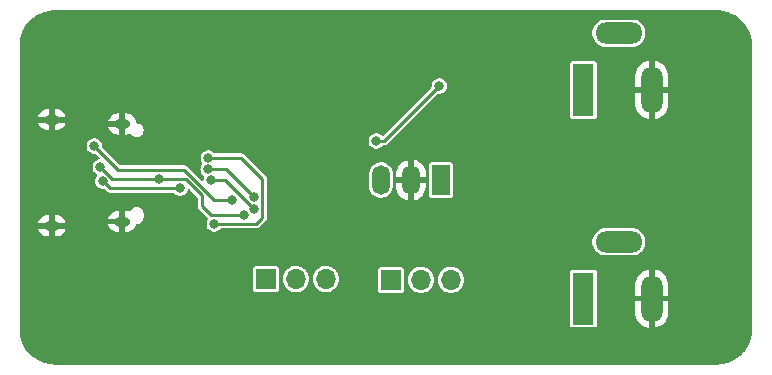
<source format=gbr>
%TF.GenerationSoftware,KiCad,Pcbnew,7.0.10-7.0.10~ubuntu20.04.1*%
%TF.CreationDate,2024-10-07T18:01:58+02:00*%
%TF.ProjectId,powerplay,706f7765-7270-46c6-9179-2e6b69636164,rev?*%
%TF.SameCoordinates,Original*%
%TF.FileFunction,Copper,L2,Bot*%
%TF.FilePolarity,Positive*%
%FSLAX46Y46*%
G04 Gerber Fmt 4.6, Leading zero omitted, Abs format (unit mm)*
G04 Created by KiCad (PCBNEW 7.0.10-7.0.10~ubuntu20.04.1) date 2024-10-07 18:01:58*
%MOMM*%
%LPD*%
G01*
G04 APERTURE LIST*
%TA.AperFunction,ComponentPad*%
%ADD10R,1.800000X4.400000*%
%TD*%
%TA.AperFunction,ComponentPad*%
%ADD11O,1.800000X4.000000*%
%TD*%
%TA.AperFunction,ComponentPad*%
%ADD12O,4.000000X1.800000*%
%TD*%
%TA.AperFunction,ComponentPad*%
%ADD13R,1.500000X2.500000*%
%TD*%
%TA.AperFunction,ComponentPad*%
%ADD14O,1.500000X2.500000*%
%TD*%
%TA.AperFunction,ComponentPad*%
%ADD15R,1.700000X1.700000*%
%TD*%
%TA.AperFunction,ComponentPad*%
%ADD16O,1.700000X1.700000*%
%TD*%
%TA.AperFunction,ComponentPad*%
%ADD17O,1.400000X0.800000*%
%TD*%
%TA.AperFunction,ViaPad*%
%ADD18C,0.800000*%
%TD*%
%TA.AperFunction,ViaPad*%
%ADD19C,6.000000*%
%TD*%
%TA.AperFunction,Conductor*%
%ADD20C,0.250000*%
%TD*%
G04 APERTURE END LIST*
D10*
%TO.P,J2,1*%
%TO.N,VCC*%
X171704000Y-73733010D03*
D11*
%TO.P,J2,2*%
%TO.N,GND*%
X177504000Y-73733010D03*
D12*
%TO.P,J2,3*%
%TO.N,N/C*%
X174704000Y-68933010D03*
%TD*%
D13*
%TO.P,U2,1,Vin*%
%TO.N,VCC*%
X159658500Y-81375500D03*
D14*
%TO.P,U2,2,GND*%
%TO.N,GND*%
X157118500Y-81375500D03*
%TO.P,U2,3,Vout*%
%TO.N,Net-(U2-Vout)*%
X154578500Y-81375500D03*
%TD*%
D10*
%TO.P,J3,1*%
%TO.N,+12V*%
X171704000Y-91405000D03*
D11*
%TO.P,J3,2*%
%TO.N,GND*%
X177504000Y-91405000D03*
D12*
%TO.P,J3,3*%
%TO.N,N/C*%
X174704000Y-86605000D03*
%TD*%
D15*
%TO.P,JP2,1,A*%
%TO.N,Net-(JP2-A)*%
X144831305Y-89755714D03*
D16*
%TO.P,JP2,2,C*%
%TO.N,Net-(JP2-C)*%
X147371305Y-89755714D03*
%TO.P,JP2,3,B*%
%TO.N,Net-(JP2-B)*%
X149911305Y-89755714D03*
%TD*%
D15*
%TO.P,JP1,1,A*%
%TO.N,Net-(JP1-A)*%
X155418012Y-89830269D03*
D16*
%TO.P,JP1,2,C*%
%TO.N,Net-(JP1-C)*%
X157958012Y-89830269D03*
%TO.P,JP1,3,B*%
%TO.N,Net-(JP1-B)*%
X160498012Y-89830269D03*
%TD*%
D17*
%TO.P,J1,S1,SHIELD*%
%TO.N,GND*%
X126699512Y-76267757D03*
X132649512Y-76627757D03*
X132649512Y-84887757D03*
X126699512Y-85247757D03*
%TD*%
D18*
%TO.N,GND*%
X150000000Y-81000000D03*
X139573000Y-77851000D03*
X145000000Y-87000000D03*
X152000000Y-73000000D03*
X145000000Y-74000000D03*
X156000000Y-73000000D03*
D19*
X127000000Y-70000000D03*
D18*
X144000000Y-74000000D03*
X154000000Y-73000000D03*
X139000000Y-80000000D03*
X163000000Y-79000000D03*
X150000000Y-80000000D03*
D19*
X180000000Y-82500000D03*
D18*
X148000000Y-80000000D03*
D19*
X127000000Y-94000000D03*
D18*
X147000000Y-80000000D03*
X164000000Y-72000000D03*
X163000000Y-88000000D03*
X155000000Y-73000000D03*
X154000000Y-87000000D03*
X165000000Y-72000000D03*
X163000000Y-89000000D03*
X146000000Y-78000000D03*
X141000000Y-72000000D03*
X153000000Y-73000000D03*
X146000000Y-80000000D03*
%TO.N,Net-(U1-DP)*%
X130810000Y-80264000D03*
X143002000Y-84328000D03*
X135761306Y-81283217D03*
%TO.N,Net-(U1-DN)*%
X141986000Y-83058000D03*
X130302000Y-78486000D03*
%TO.N,Net-(J1-CC2)*%
X137577395Y-82068301D03*
X131020227Y-81469472D03*
%TO.N,Net-(JP1-C)*%
X143851000Y-82852996D03*
X139943245Y-80480936D03*
%TO.N,Net-(JP2-C)*%
X140208000Y-81393301D03*
X143792449Y-83801034D03*
%TO.N,Net-(Q1-G)*%
X154178000Y-78065000D03*
X159512000Y-73406000D03*
%TO.N,Net-(U1-LED)*%
X140462000Y-85090000D03*
X139954000Y-79502000D03*
%TD*%
D20*
%TO.N,Net-(U1-DP)*%
X138052217Y-81283217D02*
X139446000Y-82677000D01*
X135761306Y-81283217D02*
X138052217Y-81283217D01*
X139446000Y-82677000D02*
X139446000Y-83566000D01*
X135761306Y-81283217D02*
X131829217Y-81283217D01*
X140208000Y-84328000D02*
X143002000Y-84328000D01*
X131829217Y-81283217D02*
X130810000Y-80264000D01*
X139446000Y-83566000D02*
X140208000Y-84328000D01*
%TO.N,Net-(U1-DN)*%
X140462000Y-83058000D02*
X141986000Y-83058000D01*
X132334000Y-80518000D02*
X137922000Y-80518000D01*
X130302000Y-78486000D02*
X132334000Y-80518000D01*
X137922000Y-80518000D02*
X140462000Y-83058000D01*
%TO.N,Net-(J1-CC2)*%
X137577395Y-82068301D02*
X131619056Y-82068301D01*
X131619056Y-82068301D02*
X131020227Y-81469472D01*
%TO.N,Net-(JP1-C)*%
X139943245Y-80480936D02*
X141478940Y-80480936D01*
X141478940Y-80480936D02*
X143851000Y-82852996D01*
%TO.N,Net-(JP2-C)*%
X141384716Y-81393301D02*
X143792449Y-83801034D01*
X140208000Y-81393301D02*
X141384716Y-81393301D01*
%TO.N,Net-(Q1-G)*%
X154853000Y-78065000D02*
X159512000Y-73406000D01*
X154178000Y-78065000D02*
X154853000Y-78065000D01*
%TO.N,Net-(U1-LED)*%
X139954000Y-79502000D02*
X142748000Y-79502000D01*
X144018000Y-85090000D02*
X140462000Y-85090000D01*
X144526000Y-84582000D02*
X144018000Y-85090000D01*
X142748000Y-79502000D02*
X144526000Y-81280000D01*
X144526000Y-81280000D02*
X144526000Y-84582000D01*
%TD*%
%TA.AperFunction,Conductor*%
%TO.N,GND*%
G36*
X183003243Y-67000669D02*
G01*
X183133379Y-67007490D01*
X183313908Y-67017628D01*
X183326309Y-67018955D01*
X183474990Y-67042504D01*
X183476245Y-67042709D01*
X183635324Y-67069738D01*
X183646606Y-67072202D01*
X183795635Y-67112134D01*
X183797761Y-67112725D01*
X183949174Y-67156347D01*
X183959260Y-67159729D01*
X184104710Y-67215562D01*
X184107599Y-67216714D01*
X184251768Y-67276430D01*
X184260594Y-67280500D01*
X184400064Y-67351565D01*
X184403748Y-67353521D01*
X184493848Y-67403316D01*
X184539548Y-67428574D01*
X184547061Y-67433081D01*
X184678754Y-67518604D01*
X184682947Y-67521452D01*
X184809147Y-67610996D01*
X184815428Y-67615759D01*
X184937567Y-67714665D01*
X184942158Y-67718571D01*
X185057424Y-67821579D01*
X185062478Y-67826358D01*
X185173640Y-67937520D01*
X185178419Y-67942574D01*
X185281427Y-68057840D01*
X185285333Y-68062431D01*
X185384239Y-68184570D01*
X185389002Y-68190851D01*
X185478546Y-68317051D01*
X185481409Y-68321266D01*
X185566907Y-68452921D01*
X185571430Y-68460460D01*
X185646477Y-68596250D01*
X185648433Y-68599934D01*
X185719498Y-68739404D01*
X185723575Y-68748247D01*
X185783259Y-68892337D01*
X185784462Y-68895353D01*
X185840265Y-69040727D01*
X185843655Y-69050836D01*
X185887258Y-69202185D01*
X185887879Y-69204419D01*
X185927791Y-69353370D01*
X185930264Y-69364694D01*
X185957282Y-69523715D01*
X185957507Y-69525087D01*
X185981040Y-69673666D01*
X185982372Y-69686111D01*
X185992498Y-69866421D01*
X185992523Y-69866884D01*
X185999330Y-69996756D01*
X185999500Y-70003246D01*
X185999500Y-93996753D01*
X185999330Y-94003243D01*
X185992523Y-94133114D01*
X185992498Y-94133577D01*
X185982372Y-94313887D01*
X185981040Y-94326332D01*
X185957507Y-94474911D01*
X185957282Y-94476283D01*
X185930264Y-94635304D01*
X185927791Y-94646628D01*
X185887879Y-94795579D01*
X185887258Y-94797813D01*
X185843655Y-94949162D01*
X185840265Y-94959271D01*
X185784462Y-95104645D01*
X185783259Y-95107661D01*
X185723575Y-95251751D01*
X185719498Y-95260594D01*
X185648433Y-95400064D01*
X185646477Y-95403748D01*
X185571430Y-95539538D01*
X185566897Y-95547094D01*
X185481412Y-95678728D01*
X185478546Y-95682947D01*
X185389002Y-95809147D01*
X185384239Y-95815428D01*
X185285333Y-95937567D01*
X185281427Y-95942158D01*
X185178419Y-96057424D01*
X185173640Y-96062478D01*
X185062478Y-96173640D01*
X185057424Y-96178419D01*
X184942158Y-96281427D01*
X184937567Y-96285333D01*
X184815428Y-96384239D01*
X184809147Y-96389002D01*
X184682947Y-96478546D01*
X184678728Y-96481412D01*
X184547094Y-96566897D01*
X184539538Y-96571430D01*
X184403748Y-96646477D01*
X184400064Y-96648433D01*
X184260594Y-96719498D01*
X184251751Y-96723575D01*
X184107661Y-96783259D01*
X184104645Y-96784462D01*
X183959271Y-96840265D01*
X183949162Y-96843655D01*
X183797813Y-96887258D01*
X183795579Y-96887879D01*
X183646628Y-96927791D01*
X183635304Y-96930264D01*
X183476283Y-96957282D01*
X183474911Y-96957507D01*
X183326332Y-96981040D01*
X183313887Y-96982372D01*
X183133577Y-96992498D01*
X183133114Y-96992523D01*
X183003243Y-96999330D01*
X182996753Y-96999500D01*
X127003247Y-96999500D01*
X126996757Y-96999330D01*
X126866884Y-96992523D01*
X126866421Y-96992498D01*
X126686111Y-96982372D01*
X126673666Y-96981040D01*
X126525087Y-96957507D01*
X126523715Y-96957282D01*
X126364694Y-96930264D01*
X126353370Y-96927791D01*
X126204419Y-96887879D01*
X126202185Y-96887258D01*
X126050836Y-96843655D01*
X126040727Y-96840265D01*
X125895353Y-96784462D01*
X125892337Y-96783259D01*
X125748247Y-96723575D01*
X125739404Y-96719498D01*
X125599934Y-96648433D01*
X125596250Y-96646477D01*
X125460460Y-96571430D01*
X125452921Y-96566907D01*
X125321266Y-96481409D01*
X125317051Y-96478546D01*
X125190851Y-96389002D01*
X125184570Y-96384239D01*
X125062431Y-96285333D01*
X125057840Y-96281427D01*
X124942574Y-96178419D01*
X124937520Y-96173640D01*
X124826358Y-96062478D01*
X124821579Y-96057424D01*
X124718571Y-95942158D01*
X124714665Y-95937567D01*
X124615759Y-95815428D01*
X124610996Y-95809147D01*
X124521452Y-95682947D01*
X124518604Y-95678754D01*
X124433081Y-95547061D01*
X124428568Y-95539538D01*
X124353521Y-95403748D01*
X124351565Y-95400064D01*
X124280500Y-95260594D01*
X124276430Y-95251768D01*
X124216714Y-95107599D01*
X124215562Y-95104710D01*
X124159729Y-94959260D01*
X124156347Y-94949174D01*
X124112725Y-94797761D01*
X124112134Y-94795635D01*
X124072202Y-94646606D01*
X124069738Y-94635324D01*
X124042709Y-94476245D01*
X124042491Y-94474911D01*
X124018955Y-94326309D01*
X124017628Y-94313908D01*
X124007485Y-94133285D01*
X124007476Y-94133114D01*
X124000670Y-94003243D01*
X124000500Y-93996754D01*
X124000500Y-93629678D01*
X170553500Y-93629678D01*
X170568032Y-93702735D01*
X170568033Y-93702739D01*
X170568034Y-93702740D01*
X170623399Y-93785601D01*
X170706260Y-93840966D01*
X170706264Y-93840967D01*
X170779321Y-93855499D01*
X170779324Y-93855500D01*
X170779326Y-93855500D01*
X172628676Y-93855500D01*
X172628677Y-93855499D01*
X172701740Y-93840966D01*
X172784601Y-93785601D01*
X172839966Y-93702740D01*
X172854500Y-93629674D01*
X172854500Y-92564491D01*
X176104000Y-92564491D01*
X176119147Y-92742450D01*
X176119148Y-92742453D01*
X176179197Y-92973078D01*
X176277360Y-93190241D01*
X176277362Y-93190244D01*
X176410812Y-93387688D01*
X176410814Y-93387690D01*
X176575706Y-93559736D01*
X176767316Y-93701450D01*
X176980115Y-93808741D01*
X177207987Y-93878526D01*
X177207985Y-93878526D01*
X177254000Y-93884418D01*
X177254000Y-92820686D01*
X177265955Y-92832641D01*
X177378852Y-92890165D01*
X177504000Y-92909986D01*
X177629148Y-92890165D01*
X177742045Y-92832641D01*
X177754000Y-92820686D01*
X177754000Y-93883264D01*
X177915434Y-93848473D01*
X178136562Y-93759616D01*
X178339494Y-93634666D01*
X178518389Y-93477219D01*
X178518396Y-93477213D01*
X178668102Y-93291805D01*
X178668109Y-93291795D01*
X178784331Y-93083751D01*
X178863722Y-92859052D01*
X178863726Y-92859038D01*
X178903999Y-92624167D01*
X178904000Y-92624156D01*
X178904000Y-91655000D01*
X177904000Y-91655000D01*
X177904000Y-91155000D01*
X178904000Y-91155000D01*
X178904000Y-90245527D01*
X178903999Y-90245508D01*
X178888852Y-90067549D01*
X178888851Y-90067546D01*
X178828802Y-89836921D01*
X178730639Y-89619758D01*
X178730637Y-89619755D01*
X178597187Y-89422311D01*
X178597185Y-89422309D01*
X178432293Y-89250263D01*
X178240683Y-89108549D01*
X178027884Y-89001257D01*
X177800020Y-88931475D01*
X177754000Y-88925581D01*
X177754000Y-89989314D01*
X177742045Y-89977359D01*
X177629148Y-89919835D01*
X177504000Y-89900014D01*
X177378852Y-89919835D01*
X177265955Y-89977359D01*
X177254000Y-89989314D01*
X177254000Y-88926734D01*
X177253999Y-88926734D01*
X177092566Y-88961525D01*
X176871437Y-89050383D01*
X176668505Y-89175333D01*
X176489610Y-89332780D01*
X176489603Y-89332786D01*
X176339897Y-89518194D01*
X176339890Y-89518204D01*
X176223668Y-89726248D01*
X176144277Y-89950947D01*
X176144273Y-89950961D01*
X176104000Y-90185832D01*
X176104000Y-91155000D01*
X177104000Y-91155000D01*
X177104000Y-91655000D01*
X176104000Y-91655000D01*
X176104000Y-92564491D01*
X172854500Y-92564491D01*
X172854500Y-89180326D01*
X172854500Y-89180323D01*
X172854499Y-89180321D01*
X172839967Y-89107264D01*
X172839966Y-89107260D01*
X172784601Y-89024399D01*
X172701740Y-88969034D01*
X172701739Y-88969033D01*
X172701735Y-88969032D01*
X172628677Y-88954500D01*
X172628674Y-88954500D01*
X170779326Y-88954500D01*
X170779323Y-88954500D01*
X170706264Y-88969032D01*
X170706260Y-88969033D01*
X170623399Y-89024399D01*
X170568033Y-89107260D01*
X170568032Y-89107264D01*
X170553500Y-89180321D01*
X170553500Y-93629678D01*
X124000500Y-93629678D01*
X124000500Y-90630392D01*
X143730805Y-90630392D01*
X143745337Y-90703449D01*
X143745338Y-90703453D01*
X143751216Y-90712250D01*
X143800704Y-90786315D01*
X143850539Y-90819613D01*
X143883565Y-90841680D01*
X143883569Y-90841681D01*
X143956626Y-90856213D01*
X143956629Y-90856214D01*
X143956631Y-90856214D01*
X145705981Y-90856214D01*
X145705982Y-90856213D01*
X145779045Y-90841680D01*
X145861906Y-90786315D01*
X145917271Y-90703454D01*
X145931805Y-90630388D01*
X145931805Y-89755714D01*
X146266090Y-89755714D01*
X146284907Y-89958796D01*
X146340722Y-90154961D01*
X146340727Y-90154974D01*
X146431632Y-90337535D01*
X146554542Y-90500295D01*
X146705263Y-90637694D01*
X146705265Y-90637696D01*
X146804446Y-90699106D01*
X146878668Y-90745062D01*
X147068849Y-90818738D01*
X147269329Y-90856214D01*
X147269331Y-90856214D01*
X147473279Y-90856214D01*
X147473281Y-90856214D01*
X147673761Y-90818738D01*
X147863942Y-90745062D01*
X148037346Y-90637695D01*
X148188069Y-90500293D01*
X148310978Y-90337535D01*
X148401887Y-90154964D01*
X148457702Y-89958797D01*
X148476520Y-89755714D01*
X148806090Y-89755714D01*
X148824907Y-89958796D01*
X148880722Y-90154961D01*
X148880727Y-90154974D01*
X148971632Y-90337535D01*
X149094542Y-90500295D01*
X149245263Y-90637694D01*
X149245265Y-90637696D01*
X149344446Y-90699106D01*
X149418668Y-90745062D01*
X149608849Y-90818738D01*
X149809329Y-90856214D01*
X149809331Y-90856214D01*
X150013279Y-90856214D01*
X150013281Y-90856214D01*
X150213761Y-90818738D01*
X150403942Y-90745062D01*
X150468730Y-90704947D01*
X154317512Y-90704947D01*
X154332044Y-90778004D01*
X154332045Y-90778008D01*
X154332046Y-90778009D01*
X154387411Y-90860870D01*
X154470272Y-90916235D01*
X154470276Y-90916236D01*
X154543333Y-90930768D01*
X154543336Y-90930769D01*
X154543338Y-90930769D01*
X156292688Y-90930769D01*
X156292689Y-90930768D01*
X156365752Y-90916235D01*
X156448613Y-90860870D01*
X156503978Y-90778009D01*
X156518512Y-90704943D01*
X156518512Y-89830269D01*
X156852797Y-89830269D01*
X156871614Y-90033351D01*
X156927429Y-90229516D01*
X156927434Y-90229529D01*
X157018339Y-90412090D01*
X157141249Y-90574850D01*
X157291970Y-90712249D01*
X157291972Y-90712251D01*
X157344958Y-90745058D01*
X157465375Y-90819617D01*
X157655556Y-90893293D01*
X157856036Y-90930769D01*
X157856038Y-90930769D01*
X158059986Y-90930769D01*
X158059988Y-90930769D01*
X158260468Y-90893293D01*
X158450649Y-90819617D01*
X158624053Y-90712250D01*
X158774776Y-90574848D01*
X158897685Y-90412090D01*
X158988594Y-90229519D01*
X159044409Y-90033352D01*
X159063227Y-89830269D01*
X159392797Y-89830269D01*
X159411614Y-90033351D01*
X159467429Y-90229516D01*
X159467434Y-90229529D01*
X159558339Y-90412090D01*
X159681249Y-90574850D01*
X159831970Y-90712249D01*
X159831972Y-90712251D01*
X159884958Y-90745058D01*
X160005375Y-90819617D01*
X160195556Y-90893293D01*
X160396036Y-90930769D01*
X160396038Y-90930769D01*
X160599986Y-90930769D01*
X160599988Y-90930769D01*
X160800468Y-90893293D01*
X160990649Y-90819617D01*
X161164053Y-90712250D01*
X161314776Y-90574848D01*
X161437685Y-90412090D01*
X161528594Y-90229519D01*
X161584409Y-90033352D01*
X161603227Y-89830269D01*
X161584409Y-89627186D01*
X161528594Y-89431019D01*
X161437685Y-89248448D01*
X161314776Y-89085690D01*
X161314774Y-89085687D01*
X161164053Y-88948288D01*
X161164051Y-88948286D01*
X160990654Y-88840924D01*
X160990647Y-88840920D01*
X160884162Y-88799668D01*
X160800468Y-88767245D01*
X160599988Y-88729769D01*
X160396036Y-88729769D01*
X160195556Y-88767245D01*
X160195553Y-88767245D01*
X160195553Y-88767246D01*
X160005376Y-88840920D01*
X160005369Y-88840924D01*
X159831972Y-88948286D01*
X159831970Y-88948288D01*
X159681249Y-89085687D01*
X159558339Y-89248447D01*
X159467434Y-89431008D01*
X159467429Y-89431021D01*
X159411614Y-89627186D01*
X159392797Y-89830268D01*
X159392797Y-89830269D01*
X159063227Y-89830269D01*
X159044409Y-89627186D01*
X158988594Y-89431019D01*
X158897685Y-89248448D01*
X158774776Y-89085690D01*
X158774774Y-89085687D01*
X158624053Y-88948288D01*
X158624051Y-88948286D01*
X158450654Y-88840924D01*
X158450647Y-88840920D01*
X158344162Y-88799668D01*
X158260468Y-88767245D01*
X158059988Y-88729769D01*
X157856036Y-88729769D01*
X157655556Y-88767245D01*
X157655553Y-88767245D01*
X157655553Y-88767246D01*
X157465376Y-88840920D01*
X157465369Y-88840924D01*
X157291972Y-88948286D01*
X157291970Y-88948288D01*
X157141249Y-89085687D01*
X157018339Y-89248447D01*
X156927434Y-89431008D01*
X156927429Y-89431021D01*
X156871614Y-89627186D01*
X156852797Y-89830268D01*
X156852797Y-89830269D01*
X156518512Y-89830269D01*
X156518512Y-88955595D01*
X156518512Y-88955592D01*
X156518511Y-88955590D01*
X156503979Y-88882533D01*
X156503978Y-88882529D01*
X156498099Y-88873731D01*
X156448613Y-88799668D01*
X156365752Y-88744303D01*
X156365751Y-88744302D01*
X156365747Y-88744301D01*
X156292689Y-88729769D01*
X156292686Y-88729769D01*
X154543338Y-88729769D01*
X154543335Y-88729769D01*
X154470276Y-88744301D01*
X154470272Y-88744302D01*
X154387411Y-88799668D01*
X154332045Y-88882529D01*
X154332044Y-88882533D01*
X154317512Y-88955590D01*
X154317512Y-90704947D01*
X150468730Y-90704947D01*
X150577346Y-90637695D01*
X150728069Y-90500293D01*
X150850978Y-90337535D01*
X150941887Y-90154964D01*
X150997702Y-89958797D01*
X151016520Y-89755714D01*
X150997702Y-89552631D01*
X150941887Y-89356464D01*
X150850978Y-89173893D01*
X150757708Y-89050383D01*
X150728067Y-89011132D01*
X150577346Y-88873733D01*
X150577344Y-88873731D01*
X150403947Y-88766369D01*
X150403940Y-88766365D01*
X150297455Y-88725113D01*
X150213761Y-88692690D01*
X150013281Y-88655214D01*
X149809329Y-88655214D01*
X149608849Y-88692690D01*
X149608846Y-88692690D01*
X149608846Y-88692691D01*
X149418669Y-88766365D01*
X149418662Y-88766369D01*
X149245265Y-88873731D01*
X149245263Y-88873733D01*
X149094542Y-89011132D01*
X148971632Y-89173892D01*
X148880727Y-89356453D01*
X148880722Y-89356466D01*
X148824907Y-89552631D01*
X148806090Y-89755713D01*
X148806090Y-89755714D01*
X148476520Y-89755714D01*
X148457702Y-89552631D01*
X148401887Y-89356464D01*
X148310978Y-89173893D01*
X148217708Y-89050383D01*
X148188067Y-89011132D01*
X148037346Y-88873733D01*
X148037344Y-88873731D01*
X147863947Y-88766369D01*
X147863940Y-88766365D01*
X147757455Y-88725113D01*
X147673761Y-88692690D01*
X147473281Y-88655214D01*
X147269329Y-88655214D01*
X147068849Y-88692690D01*
X147068846Y-88692690D01*
X147068846Y-88692691D01*
X146878669Y-88766365D01*
X146878662Y-88766369D01*
X146705265Y-88873731D01*
X146705263Y-88873733D01*
X146554542Y-89011132D01*
X146431632Y-89173892D01*
X146340727Y-89356453D01*
X146340722Y-89356466D01*
X146284907Y-89552631D01*
X146266090Y-89755713D01*
X146266090Y-89755714D01*
X145931805Y-89755714D01*
X145931805Y-88881040D01*
X145931805Y-88881037D01*
X145931804Y-88881035D01*
X145917272Y-88807978D01*
X145917271Y-88807974D01*
X145911721Y-88799668D01*
X145861906Y-88725113D01*
X145779045Y-88669748D01*
X145779044Y-88669747D01*
X145779040Y-88669746D01*
X145705982Y-88655214D01*
X145705979Y-88655214D01*
X143956631Y-88655214D01*
X143956628Y-88655214D01*
X143883569Y-88669746D01*
X143883565Y-88669747D01*
X143800704Y-88725113D01*
X143745338Y-88807974D01*
X143745337Y-88807978D01*
X143730805Y-88881035D01*
X143730805Y-90630392D01*
X124000500Y-90630392D01*
X124000500Y-86711610D01*
X172453500Y-86711610D01*
X172492679Y-86921198D01*
X172569702Y-87120019D01*
X172681948Y-87301302D01*
X172825593Y-87458872D01*
X172995746Y-87587367D01*
X173186606Y-87682403D01*
X173186608Y-87682403D01*
X173186611Y-87682405D01*
X173391690Y-87740756D01*
X173550806Y-87755500D01*
X173550810Y-87755500D01*
X175857190Y-87755500D01*
X175857194Y-87755500D01*
X176016310Y-87740756D01*
X176221389Y-87682405D01*
X176221393Y-87682403D01*
X176221394Y-87682403D01*
X176412253Y-87587367D01*
X176412253Y-87587366D01*
X176412255Y-87587366D01*
X176582407Y-87458872D01*
X176726052Y-87301302D01*
X176838298Y-87120019D01*
X176915321Y-86921198D01*
X176954500Y-86711610D01*
X176954500Y-86498390D01*
X176915321Y-86288802D01*
X176838298Y-86089981D01*
X176726052Y-85908698D01*
X176582407Y-85751128D01*
X176582406Y-85751127D01*
X176412253Y-85622632D01*
X176221393Y-85527596D01*
X176016310Y-85469244D01*
X176004385Y-85468139D01*
X175857194Y-85454500D01*
X173550806Y-85454500D01*
X173432106Y-85465499D01*
X173391689Y-85469244D01*
X173186607Y-85527596D01*
X173186605Y-85527596D01*
X172995746Y-85622632D01*
X172825593Y-85751127D01*
X172681947Y-85908699D01*
X172569702Y-86089980D01*
X172569701Y-86089982D01*
X172492680Y-86288799D01*
X172492679Y-86288802D01*
X172453500Y-86498390D01*
X172453500Y-86711610D01*
X124000500Y-86711610D01*
X124000500Y-85497757D01*
X125532545Y-85497757D01*
X125538846Y-85527402D01*
X125615798Y-85700238D01*
X125726999Y-85853292D01*
X125867593Y-85979884D01*
X125867596Y-85979886D01*
X126031427Y-86074473D01*
X126031439Y-86074478D01*
X126211357Y-86132937D01*
X126352353Y-86147757D01*
X126449512Y-86147757D01*
X126449512Y-85497757D01*
X126949512Y-85497757D01*
X126949512Y-86147757D01*
X127046671Y-86147757D01*
X127187666Y-86132937D01*
X127367584Y-86074478D01*
X127367596Y-86074473D01*
X127531427Y-85979886D01*
X127531430Y-85979884D01*
X127672021Y-85853296D01*
X127672023Y-85853293D01*
X127783229Y-85700234D01*
X127860176Y-85527405D01*
X127866479Y-85497757D01*
X127024136Y-85497757D01*
X127097057Y-85483252D01*
X127179752Y-85427997D01*
X127235007Y-85345302D01*
X127254410Y-85247757D01*
X127235007Y-85150212D01*
X127226685Y-85137757D01*
X131482545Y-85137757D01*
X131488846Y-85167402D01*
X131565798Y-85340238D01*
X131676999Y-85493292D01*
X131817593Y-85619884D01*
X131817596Y-85619886D01*
X131981427Y-85714473D01*
X131981439Y-85714478D01*
X132161357Y-85772937D01*
X132302353Y-85787757D01*
X132399512Y-85787757D01*
X132399512Y-85137757D01*
X132899512Y-85137757D01*
X132899512Y-85787757D01*
X132996671Y-85787757D01*
X133137666Y-85772937D01*
X133317584Y-85714478D01*
X133317596Y-85714473D01*
X133481427Y-85619886D01*
X133481430Y-85619884D01*
X133622021Y-85493296D01*
X133622023Y-85493293D01*
X133733229Y-85340234D01*
X133812820Y-85161467D01*
X133815008Y-85162441D01*
X133848277Y-85113741D01*
X133910629Y-85086759D01*
X134049748Y-85068444D01*
X134189745Y-85010455D01*
X134309963Y-84918208D01*
X134402210Y-84797990D01*
X134460199Y-84657993D01*
X134475012Y-84545477D01*
X134475012Y-84170037D01*
X134460199Y-84057521D01*
X134402210Y-83917524D01*
X134309963Y-83797306D01*
X134189745Y-83705059D01*
X134189741Y-83705057D01*
X134049748Y-83647070D01*
X134049746Y-83647069D01*
X133899513Y-83627291D01*
X133899511Y-83627291D01*
X133749277Y-83647069D01*
X133749275Y-83647070D01*
X133609282Y-83705057D01*
X133609279Y-83705058D01*
X133609279Y-83705059D01*
X133559496Y-83743259D01*
X133489061Y-83797306D01*
X133396811Y-83917527D01*
X133396811Y-83917528D01*
X133378885Y-83960804D01*
X133335043Y-84015207D01*
X133268748Y-84037270D01*
X133226007Y-84031280D01*
X133137666Y-84002576D01*
X132996671Y-83987757D01*
X132899512Y-83987757D01*
X132899512Y-84637757D01*
X132399512Y-84637757D01*
X132399512Y-83987757D01*
X132302353Y-83987757D01*
X132161357Y-84002576D01*
X131981439Y-84061035D01*
X131981427Y-84061040D01*
X131817596Y-84155627D01*
X131817593Y-84155629D01*
X131677002Y-84282217D01*
X131677000Y-84282220D01*
X131565794Y-84435279D01*
X131488847Y-84608108D01*
X131482545Y-84637757D01*
X132324888Y-84637757D01*
X132251967Y-84652262D01*
X132169272Y-84707517D01*
X132114017Y-84790212D01*
X132094614Y-84887757D01*
X132114017Y-84985302D01*
X132169272Y-85067997D01*
X132251967Y-85123252D01*
X132324888Y-85137757D01*
X131482545Y-85137757D01*
X127226685Y-85137757D01*
X127179752Y-85067517D01*
X127097057Y-85012262D01*
X127024136Y-84997757D01*
X127866479Y-84997757D01*
X127860177Y-84968111D01*
X127783225Y-84795275D01*
X127672024Y-84642221D01*
X127531430Y-84515629D01*
X127531427Y-84515627D01*
X127367596Y-84421040D01*
X127367584Y-84421035D01*
X127187666Y-84362576D01*
X127046671Y-84347757D01*
X126949512Y-84347757D01*
X126949512Y-84997757D01*
X126449512Y-84997757D01*
X126449512Y-84347757D01*
X126352353Y-84347757D01*
X126211357Y-84362576D01*
X126031439Y-84421035D01*
X126031427Y-84421040D01*
X125867596Y-84515627D01*
X125867593Y-84515629D01*
X125727002Y-84642217D01*
X125727000Y-84642220D01*
X125615794Y-84795279D01*
X125538847Y-84968108D01*
X125532545Y-84997757D01*
X126374888Y-84997757D01*
X126301967Y-85012262D01*
X126219272Y-85067517D01*
X126164017Y-85150212D01*
X126144614Y-85247757D01*
X126164017Y-85345302D01*
X126219272Y-85427997D01*
X126301967Y-85483252D01*
X126374888Y-85497757D01*
X125532545Y-85497757D01*
X124000500Y-85497757D01*
X124000500Y-78486000D01*
X129646722Y-78486000D01*
X129665762Y-78642818D01*
X129721780Y-78790523D01*
X129811517Y-78920530D01*
X129929760Y-79025283D01*
X129929762Y-79025284D01*
X130069634Y-79098696D01*
X130223014Y-79136500D01*
X130370100Y-79136500D01*
X130437139Y-79156185D01*
X130457781Y-79172819D01*
X130709888Y-79424926D01*
X130743373Y-79486249D01*
X130738389Y-79555941D01*
X130696517Y-79611874D01*
X130651882Y-79633004D01*
X130577633Y-79651304D01*
X130437762Y-79724715D01*
X130319516Y-79829471D01*
X130229781Y-79959475D01*
X130229780Y-79959476D01*
X130173762Y-80107181D01*
X130154722Y-80263999D01*
X130154722Y-80264000D01*
X130173762Y-80420818D01*
X130229780Y-80568523D01*
X130319517Y-80698530D01*
X130437760Y-80803283D01*
X130500666Y-80836299D01*
X130550876Y-80884882D01*
X130566851Y-80952901D01*
X130543516Y-81018759D01*
X130534289Y-81028947D01*
X130534718Y-81029327D01*
X130529745Y-81034939D01*
X130440008Y-81164947D01*
X130440007Y-81164948D01*
X130383989Y-81312653D01*
X130364949Y-81469471D01*
X130364949Y-81469472D01*
X130383989Y-81626290D01*
X130397148Y-81660986D01*
X130440007Y-81773995D01*
X130529744Y-81904002D01*
X130647987Y-82008755D01*
X130647989Y-82008756D01*
X130787861Y-82082168D01*
X130941241Y-82119972D01*
X131088328Y-82119972D01*
X131155367Y-82139657D01*
X131176009Y-82156291D01*
X131316905Y-82297187D01*
X131333034Y-82317048D01*
X131338971Y-82326136D01*
X131363949Y-82345577D01*
X131375468Y-82355750D01*
X131375538Y-82355820D01*
X131392445Y-82367891D01*
X131396557Y-82370957D01*
X131437866Y-82403110D01*
X131444760Y-82406840D01*
X131451854Y-82410309D01*
X131451857Y-82410311D01*
X131502041Y-82425251D01*
X131506834Y-82426786D01*
X131556396Y-82443801D01*
X131556399Y-82443802D01*
X131564128Y-82445091D01*
X131571966Y-82446068D01*
X131571968Y-82446069D01*
X131571969Y-82446068D01*
X131571970Y-82446069D01*
X131610069Y-82444493D01*
X131624249Y-82443906D01*
X131629372Y-82443801D01*
X136981087Y-82443801D01*
X137048126Y-82463486D01*
X137083137Y-82497362D01*
X137085558Y-82500870D01*
X137086910Y-82502829D01*
X137086912Y-82502831D01*
X137205155Y-82607584D01*
X137205157Y-82607585D01*
X137345029Y-82680997D01*
X137498409Y-82718801D01*
X137498410Y-82718801D01*
X137656380Y-82718801D01*
X137809760Y-82680997D01*
X137844402Y-82662815D01*
X137949635Y-82607584D01*
X138067878Y-82502831D01*
X138157615Y-82372824D01*
X138213632Y-82225119D01*
X138213632Y-82225118D01*
X138214214Y-82223584D01*
X138256392Y-82167881D01*
X138321989Y-82143824D01*
X138390180Y-82159051D01*
X138417837Y-82179874D01*
X139034181Y-82796218D01*
X139067666Y-82857541D01*
X139070500Y-82883899D01*
X139070500Y-83514196D01*
X139067862Y-83539634D01*
X139067603Y-83540873D01*
X139065633Y-83550270D01*
X139069548Y-83581675D01*
X139070500Y-83597013D01*
X139070500Y-83597116D01*
X139073918Y-83617603D01*
X139074657Y-83622669D01*
X139081134Y-83674627D01*
X139083373Y-83682147D01*
X139085935Y-83689611D01*
X139110827Y-83735608D01*
X139113171Y-83740161D01*
X139136172Y-83787208D01*
X139140742Y-83793609D01*
X139145581Y-83799826D01*
X139184108Y-83835293D01*
X139187780Y-83838817D01*
X139905849Y-84556886D01*
X139921979Y-84576749D01*
X139926940Y-84584343D01*
X139947126Y-84651234D01*
X139927943Y-84718419D01*
X139925180Y-84722600D01*
X139881780Y-84785476D01*
X139825762Y-84933181D01*
X139806722Y-85089999D01*
X139806722Y-85090000D01*
X139825762Y-85246818D01*
X139861191Y-85340234D01*
X139881780Y-85394523D01*
X139971517Y-85524530D01*
X140089760Y-85629283D01*
X140089762Y-85629284D01*
X140229634Y-85702696D01*
X140383014Y-85740500D01*
X140383015Y-85740500D01*
X140540985Y-85740500D01*
X140694365Y-85702696D01*
X140699056Y-85700234D01*
X140834240Y-85629283D01*
X140952483Y-85524530D01*
X140956257Y-85519061D01*
X141010537Y-85475071D01*
X141058308Y-85465500D01*
X143966196Y-85465500D01*
X143991641Y-85468139D01*
X143994724Y-85468785D01*
X144002268Y-85470367D01*
X144033676Y-85466451D01*
X144049014Y-85465500D01*
X144049112Y-85465500D01*
X144049114Y-85465500D01*
X144069643Y-85462073D01*
X144074673Y-85461341D01*
X144126626Y-85454866D01*
X144126628Y-85454864D01*
X144134141Y-85452628D01*
X144141606Y-85450066D01*
X144141606Y-85450065D01*
X144141610Y-85450065D01*
X144187636Y-85425157D01*
X144192193Y-85422812D01*
X144207102Y-85415522D01*
X144239211Y-85399826D01*
X144239213Y-85399823D01*
X144245594Y-85395268D01*
X144251820Y-85390421D01*
X144251826Y-85390419D01*
X144287293Y-85351890D01*
X144290795Y-85348240D01*
X144754889Y-84884146D01*
X144774746Y-84868022D01*
X144783836Y-84862084D01*
X144803271Y-84837112D01*
X144813456Y-84825581D01*
X144813456Y-84825580D01*
X144813519Y-84825518D01*
X144825630Y-84808553D01*
X144828627Y-84804534D01*
X144860809Y-84763189D01*
X144860811Y-84763181D01*
X144864547Y-84756278D01*
X144868006Y-84749203D01*
X144868010Y-84749199D01*
X144882942Y-84699041D01*
X144884486Y-84694218D01*
X144901500Y-84644660D01*
X144901500Y-84644658D01*
X144901501Y-84644656D01*
X144902791Y-84636924D01*
X144903768Y-84629086D01*
X144901606Y-84576807D01*
X144901500Y-84571683D01*
X144901500Y-81926243D01*
X153578000Y-81926243D01*
X153593425Y-82077939D01*
X153654337Y-82272079D01*
X153654344Y-82272094D01*
X153753089Y-82449999D01*
X153753092Y-82450004D01*
X153885632Y-82604393D01*
X153885634Y-82604395D01*
X154046537Y-82728945D01*
X154046538Y-82728945D01*
X154046542Y-82728948D01*
X154229229Y-82818560D01*
X154426215Y-82869563D01*
X154629436Y-82879869D01*
X154830571Y-82849056D01*
X155021387Y-82778386D01*
X155194071Y-82670752D01*
X155341553Y-82530559D01*
X155457795Y-82363549D01*
X155538040Y-82176558D01*
X155579000Y-81977241D01*
X155579000Y-81931629D01*
X155868500Y-81931629D01*
X155883616Y-82099596D01*
X155883617Y-82099602D01*
X155943473Y-82316484D01*
X155943478Y-82316497D01*
X156041098Y-82519208D01*
X156041102Y-82519216D01*
X156173351Y-82701241D01*
X156173357Y-82701249D01*
X156335986Y-82856737D01*
X156523766Y-82980691D01*
X156730669Y-83069124D01*
X156730678Y-83069127D01*
X156868499Y-83100584D01*
X156868500Y-83100584D01*
X156868500Y-81811001D01*
X156976185Y-81860180D01*
X157082737Y-81875500D01*
X157154263Y-81875500D01*
X157260815Y-81860180D01*
X157368500Y-81811001D01*
X157368500Y-83103049D01*
X157397767Y-83099086D01*
X157397773Y-83099085D01*
X157611768Y-83029554D01*
X157809901Y-82922934D01*
X157809904Y-82922932D01*
X157985820Y-82782645D01*
X158101552Y-82650178D01*
X158658000Y-82650178D01*
X158672532Y-82723235D01*
X158672533Y-82723239D01*
X158676348Y-82728948D01*
X158727899Y-82806101D01*
X158804886Y-82857541D01*
X158810760Y-82861466D01*
X158810764Y-82861467D01*
X158883821Y-82875999D01*
X158883824Y-82876000D01*
X158883826Y-82876000D01*
X160433176Y-82876000D01*
X160433177Y-82875999D01*
X160506240Y-82861466D01*
X160589101Y-82806101D01*
X160644466Y-82723240D01*
X160659000Y-82650174D01*
X160659000Y-80100826D01*
X160659000Y-80100823D01*
X160658999Y-80100821D01*
X160644467Y-80027764D01*
X160644466Y-80027760D01*
X160623399Y-79996231D01*
X160589101Y-79944899D01*
X160506240Y-79889534D01*
X160506239Y-79889533D01*
X160506235Y-79889532D01*
X160433177Y-79875000D01*
X160433174Y-79875000D01*
X158883826Y-79875000D01*
X158883823Y-79875000D01*
X158810764Y-79889532D01*
X158810760Y-79889533D01*
X158727899Y-79944899D01*
X158672533Y-80027760D01*
X158672532Y-80027764D01*
X158658000Y-80100821D01*
X158658000Y-82650178D01*
X158101552Y-82650178D01*
X158133852Y-82613207D01*
X158133859Y-82613199D01*
X158249259Y-82420053D01*
X158249261Y-82420048D01*
X158328324Y-82209389D01*
X158328324Y-82209388D01*
X158368500Y-81988005D01*
X158368500Y-81625500D01*
X157552186Y-81625500D01*
X157577993Y-81585344D01*
X157618500Y-81447389D01*
X157618500Y-81303611D01*
X157577993Y-81165656D01*
X157552186Y-81125500D01*
X158368500Y-81125500D01*
X158368500Y-80819374D01*
X158368499Y-80819370D01*
X158353383Y-80651403D01*
X158353382Y-80651397D01*
X158293526Y-80434515D01*
X158293521Y-80434502D01*
X158195901Y-80231791D01*
X158195897Y-80231783D01*
X158063648Y-80049758D01*
X158063642Y-80049750D01*
X157901013Y-79894262D01*
X157713233Y-79770308D01*
X157506330Y-79681875D01*
X157506323Y-79681873D01*
X157368500Y-79650415D01*
X157368500Y-80939998D01*
X157260815Y-80890820D01*
X157154263Y-80875500D01*
X157082737Y-80875500D01*
X156976185Y-80890820D01*
X156868500Y-80939998D01*
X156868500Y-79647949D01*
X156868499Y-79647949D01*
X156839221Y-79651915D01*
X156625231Y-79721445D01*
X156427098Y-79828065D01*
X156427095Y-79828067D01*
X156251179Y-79968354D01*
X156103147Y-80137792D01*
X156103140Y-80137800D01*
X155987740Y-80330946D01*
X155987738Y-80330951D01*
X155908675Y-80541610D01*
X155908675Y-80541611D01*
X155868500Y-80762994D01*
X155868500Y-81125500D01*
X156684814Y-81125500D01*
X156659007Y-81165656D01*
X156618500Y-81303611D01*
X156618500Y-81447389D01*
X156659007Y-81585344D01*
X156684814Y-81625500D01*
X155868500Y-81625500D01*
X155868500Y-81931629D01*
X155579000Y-81931629D01*
X155579000Y-80824758D01*
X155578453Y-80819374D01*
X155563574Y-80673060D01*
X155502662Y-80478920D01*
X155502660Y-80478916D01*
X155502659Y-80478912D01*
X155403909Y-80300998D01*
X155403908Y-80300997D01*
X155403907Y-80300995D01*
X155271367Y-80146606D01*
X155271365Y-80146604D01*
X155110462Y-80022054D01*
X155110459Y-80022053D01*
X155110458Y-80022052D01*
X154927771Y-79932440D01*
X154730785Y-79881437D01*
X154730787Y-79881437D01*
X154595304Y-79874566D01*
X154527564Y-79871131D01*
X154527563Y-79871131D01*
X154527561Y-79871131D01*
X154326436Y-79901942D01*
X154326424Y-79901945D01*
X154135618Y-79972611D01*
X154135611Y-79972615D01*
X153962932Y-80080245D01*
X153962927Y-80080249D01*
X153815449Y-80220438D01*
X153815447Y-80220440D01*
X153815447Y-80220441D01*
X153813594Y-80223103D01*
X153699205Y-80387449D01*
X153618959Y-80574443D01*
X153578000Y-80773758D01*
X153578000Y-81926243D01*
X144901500Y-81926243D01*
X144901500Y-81331803D01*
X144904139Y-81306358D01*
X144904715Y-81303611D01*
X144906367Y-81295732D01*
X144902452Y-81264323D01*
X144901500Y-81248985D01*
X144901500Y-81248889D01*
X144901500Y-81248886D01*
X144898075Y-81228369D01*
X144897341Y-81223325D01*
X144890866Y-81171376D01*
X144890866Y-81171374D01*
X144890864Y-81171370D01*
X144888622Y-81163840D01*
X144886065Y-81156395D01*
X144886065Y-81156390D01*
X144861148Y-81110348D01*
X144858828Y-81105840D01*
X144835826Y-81058789D01*
X144835825Y-81058788D01*
X144835825Y-81058787D01*
X144831276Y-81052416D01*
X144826420Y-81046176D01*
X144826419Y-81046174D01*
X144787892Y-81010707D01*
X144784218Y-81007181D01*
X143050149Y-79273111D01*
X143034022Y-79253252D01*
X143028086Y-79244167D01*
X143028085Y-79244166D01*
X143028084Y-79244164D01*
X143003109Y-79224725D01*
X142991591Y-79214553D01*
X142991515Y-79214477D01*
X142974595Y-79202398D01*
X142970479Y-79199329D01*
X142929189Y-79167190D01*
X142922274Y-79163448D01*
X142915197Y-79159988D01*
X142865043Y-79145056D01*
X142860167Y-79143494D01*
X142810662Y-79126500D01*
X142802923Y-79125208D01*
X142795085Y-79124231D01*
X142744201Y-79126336D01*
X142742806Y-79126394D01*
X142737684Y-79126500D01*
X140550308Y-79126500D01*
X140483269Y-79106815D01*
X140448257Y-79072938D01*
X140444483Y-79067470D01*
X140326240Y-78962717D01*
X140326238Y-78962716D01*
X140326237Y-78962715D01*
X140186365Y-78889303D01*
X140032986Y-78851500D01*
X140032985Y-78851500D01*
X139875015Y-78851500D01*
X139875014Y-78851500D01*
X139721634Y-78889303D01*
X139581762Y-78962715D01*
X139463516Y-79067471D01*
X139373781Y-79197475D01*
X139373780Y-79197476D01*
X139317762Y-79345181D01*
X139298722Y-79501999D01*
X139298722Y-79502000D01*
X139317762Y-79658818D01*
X139326507Y-79681875D01*
X139373780Y-79806523D01*
X139388651Y-79828067D01*
X139447439Y-79913237D01*
X139469322Y-79979592D01*
X139451857Y-80047243D01*
X139447439Y-80054117D01*
X139363026Y-80176411D01*
X139363025Y-80176412D01*
X139307007Y-80324117D01*
X139287967Y-80480935D01*
X139287967Y-80480936D01*
X139307007Y-80637754D01*
X139330056Y-80698528D01*
X139363025Y-80785459D01*
X139452762Y-80915466D01*
X139568897Y-81018352D01*
X139606024Y-81077540D01*
X139605256Y-81147406D01*
X139602612Y-81155137D01*
X139571763Y-81236479D01*
X139571763Y-81236480D01*
X139559124Y-81340575D01*
X139531502Y-81404752D01*
X139473568Y-81443809D01*
X139403715Y-81445344D01*
X139348347Y-81413309D01*
X138224149Y-80289111D01*
X138208022Y-80269252D01*
X138202086Y-80260167D01*
X138202085Y-80260166D01*
X138202084Y-80260164D01*
X138177109Y-80240725D01*
X138165591Y-80230553D01*
X138165515Y-80230477D01*
X138148595Y-80218398D01*
X138144479Y-80215329D01*
X138103189Y-80183190D01*
X138096274Y-80179448D01*
X138089197Y-80175988D01*
X138039043Y-80161056D01*
X138034167Y-80159494D01*
X137984662Y-80142500D01*
X137976923Y-80141208D01*
X137969085Y-80140231D01*
X137918201Y-80142336D01*
X137916806Y-80142394D01*
X137911684Y-80142500D01*
X132540899Y-80142500D01*
X132473860Y-80122815D01*
X132453218Y-80106181D01*
X130986517Y-78639480D01*
X130953032Y-78578157D01*
X130951102Y-78536857D01*
X130957278Y-78486000D01*
X130938237Y-78329182D01*
X130882220Y-78181477D01*
X130801822Y-78065000D01*
X153522722Y-78065000D01*
X153541762Y-78221818D01*
X153596223Y-78365417D01*
X153597780Y-78369523D01*
X153687517Y-78499530D01*
X153805760Y-78604283D01*
X153805762Y-78604284D01*
X153945634Y-78677696D01*
X154099014Y-78715500D01*
X154099015Y-78715500D01*
X154256985Y-78715500D01*
X154410365Y-78677696D01*
X154550240Y-78604283D01*
X154668483Y-78499530D01*
X154672257Y-78494061D01*
X154726537Y-78450071D01*
X154774308Y-78440500D01*
X154801196Y-78440500D01*
X154826641Y-78443139D01*
X154829724Y-78443785D01*
X154837268Y-78445367D01*
X154868676Y-78441451D01*
X154884014Y-78440500D01*
X154884112Y-78440500D01*
X154884114Y-78440500D01*
X154904643Y-78437073D01*
X154909673Y-78436341D01*
X154961626Y-78429866D01*
X154961628Y-78429864D01*
X154969141Y-78427628D01*
X154976606Y-78425066D01*
X154976606Y-78425065D01*
X154976610Y-78425065D01*
X155022636Y-78400157D01*
X155027193Y-78397812D01*
X155042102Y-78390522D01*
X155074211Y-78374826D01*
X155074213Y-78374823D01*
X155080594Y-78370268D01*
X155086820Y-78365421D01*
X155086826Y-78365419D01*
X155122293Y-78326890D01*
X155125795Y-78323240D01*
X157491348Y-75957688D01*
X170553500Y-75957688D01*
X170568032Y-76030745D01*
X170568033Y-76030749D01*
X170568034Y-76030750D01*
X170623399Y-76113611D01*
X170706260Y-76168976D01*
X170706264Y-76168977D01*
X170779321Y-76183509D01*
X170779324Y-76183510D01*
X170779326Y-76183510D01*
X172628676Y-76183510D01*
X172628677Y-76183509D01*
X172701740Y-76168976D01*
X172784601Y-76113611D01*
X172839966Y-76030750D01*
X172854500Y-75957684D01*
X172854500Y-74892501D01*
X176104000Y-74892501D01*
X176119147Y-75070460D01*
X176119148Y-75070463D01*
X176179197Y-75301088D01*
X176277360Y-75518251D01*
X176277362Y-75518254D01*
X176410812Y-75715698D01*
X176410814Y-75715700D01*
X176575706Y-75887746D01*
X176767316Y-76029460D01*
X176980115Y-76136751D01*
X177207987Y-76206536D01*
X177207985Y-76206536D01*
X177254000Y-76212428D01*
X177254000Y-75148696D01*
X177265955Y-75160651D01*
X177378852Y-75218175D01*
X177504000Y-75237996D01*
X177629148Y-75218175D01*
X177742045Y-75160651D01*
X177754000Y-75148696D01*
X177754000Y-76211274D01*
X177915434Y-76176483D01*
X178136562Y-76087626D01*
X178339494Y-75962676D01*
X178518389Y-75805229D01*
X178518396Y-75805223D01*
X178668102Y-75619815D01*
X178668109Y-75619805D01*
X178784331Y-75411761D01*
X178863722Y-75187062D01*
X178863726Y-75187048D01*
X178903999Y-74952177D01*
X178904000Y-74952166D01*
X178904000Y-73983010D01*
X177904000Y-73983010D01*
X177904000Y-73483010D01*
X178904000Y-73483010D01*
X178904000Y-72573537D01*
X178903999Y-72573518D01*
X178888852Y-72395559D01*
X178888851Y-72395556D01*
X178828802Y-72164931D01*
X178730639Y-71947768D01*
X178730637Y-71947765D01*
X178597187Y-71750321D01*
X178597185Y-71750319D01*
X178432293Y-71578273D01*
X178240683Y-71436559D01*
X178027884Y-71329267D01*
X177800020Y-71259485D01*
X177754000Y-71253591D01*
X177754000Y-72317324D01*
X177742045Y-72305369D01*
X177629148Y-72247845D01*
X177504000Y-72228024D01*
X177378852Y-72247845D01*
X177265955Y-72305369D01*
X177254000Y-72317324D01*
X177254000Y-71254744D01*
X177253999Y-71254744D01*
X177092566Y-71289535D01*
X176871437Y-71378393D01*
X176668505Y-71503343D01*
X176489610Y-71660790D01*
X176489603Y-71660796D01*
X176339897Y-71846204D01*
X176339890Y-71846214D01*
X176223668Y-72054258D01*
X176144277Y-72278957D01*
X176144273Y-72278971D01*
X176104000Y-72513842D01*
X176104000Y-73483010D01*
X177104000Y-73483010D01*
X177104000Y-73983010D01*
X176104000Y-73983010D01*
X176104000Y-74892501D01*
X172854500Y-74892501D01*
X172854500Y-71508336D01*
X172854500Y-71508333D01*
X172854499Y-71508331D01*
X172839967Y-71435274D01*
X172839966Y-71435270D01*
X172784601Y-71352409D01*
X172701740Y-71297044D01*
X172701739Y-71297043D01*
X172701735Y-71297042D01*
X172628677Y-71282510D01*
X172628674Y-71282510D01*
X170779326Y-71282510D01*
X170779323Y-71282510D01*
X170706264Y-71297042D01*
X170706260Y-71297043D01*
X170623399Y-71352409D01*
X170568033Y-71435270D01*
X170568032Y-71435274D01*
X170553500Y-71508331D01*
X170553500Y-75957688D01*
X157491348Y-75957688D01*
X159356218Y-74092819D01*
X159417541Y-74059334D01*
X159443899Y-74056500D01*
X159590985Y-74056500D01*
X159744365Y-74018696D01*
X159812358Y-73983010D01*
X159884240Y-73945283D01*
X160002483Y-73840530D01*
X160092220Y-73710523D01*
X160148237Y-73562818D01*
X160167278Y-73406000D01*
X160148237Y-73249182D01*
X160092220Y-73101477D01*
X160002483Y-72971470D01*
X159884240Y-72866717D01*
X159884238Y-72866716D01*
X159884237Y-72866715D01*
X159744365Y-72793303D01*
X159590986Y-72755500D01*
X159590985Y-72755500D01*
X159433015Y-72755500D01*
X159433014Y-72755500D01*
X159279634Y-72793303D01*
X159139762Y-72866715D01*
X159021516Y-72971471D01*
X158931781Y-73101475D01*
X158931780Y-73101476D01*
X158875763Y-73249181D01*
X158856722Y-73406000D01*
X158856722Y-73406001D01*
X158862896Y-73456854D01*
X158851435Y-73525777D01*
X158827481Y-73559480D01*
X154797686Y-77589274D01*
X154736363Y-77622759D01*
X154666671Y-77617775D01*
X154627779Y-77594409D01*
X154550240Y-77525717D01*
X154550238Y-77525715D01*
X154410365Y-77452303D01*
X154256986Y-77414500D01*
X154256985Y-77414500D01*
X154099015Y-77414500D01*
X154099014Y-77414500D01*
X153945634Y-77452303D01*
X153805762Y-77525715D01*
X153687516Y-77630471D01*
X153597781Y-77760475D01*
X153597780Y-77760476D01*
X153541762Y-77908181D01*
X153522722Y-78064999D01*
X153522722Y-78065000D01*
X130801822Y-78065000D01*
X130792483Y-78051470D01*
X130674240Y-77946717D01*
X130674238Y-77946716D01*
X130674237Y-77946715D01*
X130534365Y-77873303D01*
X130380986Y-77835500D01*
X130380985Y-77835500D01*
X130223015Y-77835500D01*
X130223014Y-77835500D01*
X130069634Y-77873303D01*
X129929762Y-77946715D01*
X129811516Y-78051471D01*
X129721781Y-78181475D01*
X129721780Y-78181476D01*
X129665762Y-78329181D01*
X129646722Y-78485999D01*
X129646722Y-78486000D01*
X124000500Y-78486000D01*
X124000500Y-76517757D01*
X125532545Y-76517757D01*
X125538846Y-76547402D01*
X125615798Y-76720238D01*
X125726999Y-76873292D01*
X125867593Y-76999884D01*
X125867596Y-76999886D01*
X126031427Y-77094473D01*
X126031439Y-77094478D01*
X126211357Y-77152937D01*
X126352353Y-77167757D01*
X126449512Y-77167757D01*
X126449512Y-76517757D01*
X126949512Y-76517757D01*
X126949512Y-77167757D01*
X127046671Y-77167757D01*
X127187666Y-77152937D01*
X127367584Y-77094478D01*
X127367596Y-77094473D01*
X127531427Y-76999886D01*
X127531430Y-76999884D01*
X127667067Y-76877757D01*
X131482545Y-76877757D01*
X131488846Y-76907402D01*
X131565798Y-77080238D01*
X131676999Y-77233292D01*
X131817593Y-77359884D01*
X131817596Y-77359886D01*
X131981427Y-77454473D01*
X131981439Y-77454478D01*
X132161357Y-77512937D01*
X132302353Y-77527757D01*
X132399512Y-77527757D01*
X132399512Y-76877757D01*
X132899512Y-76877757D01*
X132899512Y-77527757D01*
X132996671Y-77527757D01*
X133137665Y-77512937D01*
X133301641Y-77459658D01*
X133371482Y-77457663D01*
X133431315Y-77493743D01*
X133438335Y-77502102D01*
X133489058Y-77568205D01*
X133489059Y-77568206D01*
X133489061Y-77568208D01*
X133609279Y-77660455D01*
X133749276Y-77718444D01*
X133861792Y-77733257D01*
X133861799Y-77733257D01*
X133937225Y-77733257D01*
X133937232Y-77733257D01*
X134049748Y-77718444D01*
X134189745Y-77660455D01*
X134309963Y-77568208D01*
X134402210Y-77447990D01*
X134460199Y-77307993D01*
X134479978Y-77157757D01*
X134479343Y-77152937D01*
X134460199Y-77007522D01*
X134460199Y-77007521D01*
X134402210Y-76867524D01*
X134309963Y-76747306D01*
X134189745Y-76655059D01*
X134189741Y-76655057D01*
X134126313Y-76628784D01*
X134049748Y-76597070D01*
X134032545Y-76594805D01*
X133944605Y-76583227D01*
X133880708Y-76554960D01*
X133842238Y-76496635D01*
X133839501Y-76486069D01*
X133810177Y-76348112D01*
X133733225Y-76175275D01*
X133622024Y-76022221D01*
X133481430Y-75895629D01*
X133481427Y-75895627D01*
X133317596Y-75801040D01*
X133317584Y-75801035D01*
X133137666Y-75742576D01*
X132996671Y-75727757D01*
X132899512Y-75727757D01*
X132899512Y-76377757D01*
X132399512Y-76377757D01*
X132399512Y-75727757D01*
X132302353Y-75727757D01*
X132161357Y-75742576D01*
X131981439Y-75801035D01*
X131981427Y-75801040D01*
X131817596Y-75895627D01*
X131817593Y-75895629D01*
X131677002Y-76022217D01*
X131677000Y-76022220D01*
X131565794Y-76175279D01*
X131488847Y-76348108D01*
X131482545Y-76377757D01*
X132324888Y-76377757D01*
X132251967Y-76392262D01*
X132169272Y-76447517D01*
X132114017Y-76530212D01*
X132094614Y-76627757D01*
X132114017Y-76725302D01*
X132169272Y-76807997D01*
X132251967Y-76863252D01*
X132324888Y-76877757D01*
X131482545Y-76877757D01*
X127667067Y-76877757D01*
X127672021Y-76873296D01*
X127672023Y-76873293D01*
X127783229Y-76720234D01*
X127860176Y-76547405D01*
X127866479Y-76517757D01*
X127024136Y-76517757D01*
X127097057Y-76503252D01*
X127179752Y-76447997D01*
X127235007Y-76365302D01*
X127254410Y-76267757D01*
X127235007Y-76170212D01*
X127179752Y-76087517D01*
X127097057Y-76032262D01*
X127024136Y-76017757D01*
X127866479Y-76017757D01*
X127860177Y-75988111D01*
X127783225Y-75815275D01*
X127672024Y-75662221D01*
X127531430Y-75535629D01*
X127531427Y-75535627D01*
X127367596Y-75441040D01*
X127367584Y-75441035D01*
X127187666Y-75382576D01*
X127046671Y-75367757D01*
X126949512Y-75367757D01*
X126949512Y-76017757D01*
X126449512Y-76017757D01*
X126449512Y-75367757D01*
X126352353Y-75367757D01*
X126211357Y-75382576D01*
X126031439Y-75441035D01*
X126031427Y-75441040D01*
X125867596Y-75535627D01*
X125867593Y-75535629D01*
X125727002Y-75662217D01*
X125727000Y-75662220D01*
X125615794Y-75815279D01*
X125538847Y-75988108D01*
X125532545Y-76017757D01*
X126374888Y-76017757D01*
X126301967Y-76032262D01*
X126219272Y-76087517D01*
X126164017Y-76170212D01*
X126144614Y-76267757D01*
X126164017Y-76365302D01*
X126219272Y-76447997D01*
X126301967Y-76503252D01*
X126374888Y-76517757D01*
X125532545Y-76517757D01*
X124000500Y-76517757D01*
X124000500Y-70003245D01*
X124000670Y-69996756D01*
X124004935Y-69915376D01*
X124007501Y-69866421D01*
X124017628Y-69686087D01*
X124018954Y-69673694D01*
X124042513Y-69524947D01*
X124042700Y-69523809D01*
X124069739Y-69364666D01*
X124072199Y-69353402D01*
X124112150Y-69204305D01*
X124112709Y-69202293D01*
X124156351Y-69050811D01*
X124159724Y-69040753D01*
X124160159Y-69039620D01*
X172453500Y-69039620D01*
X172492679Y-69249208D01*
X172569702Y-69448029D01*
X172681948Y-69629312D01*
X172825593Y-69786882D01*
X172995746Y-69915377D01*
X173186606Y-70010413D01*
X173186608Y-70010413D01*
X173186611Y-70010415D01*
X173391690Y-70068766D01*
X173550806Y-70083510D01*
X173550810Y-70083510D01*
X175857190Y-70083510D01*
X175857194Y-70083510D01*
X176016310Y-70068766D01*
X176221389Y-70010415D01*
X176221393Y-70010413D01*
X176221394Y-70010413D01*
X176412253Y-69915377D01*
X176412253Y-69915376D01*
X176412255Y-69915376D01*
X176582407Y-69786882D01*
X176726052Y-69629312D01*
X176838298Y-69448029D01*
X176915321Y-69249208D01*
X176954500Y-69039620D01*
X176954500Y-68826400D01*
X176915321Y-68616812D01*
X176838298Y-68417991D01*
X176726052Y-68236708D01*
X176582407Y-68079138D01*
X176554264Y-68057885D01*
X176412253Y-67950642D01*
X176221393Y-67855606D01*
X176016310Y-67797254D01*
X175857194Y-67782510D01*
X173550806Y-67782510D01*
X173423513Y-67794305D01*
X173391689Y-67797254D01*
X173186607Y-67855606D01*
X173186605Y-67855606D01*
X172995746Y-67950642D01*
X172825593Y-68079137D01*
X172681947Y-68236709D01*
X172569702Y-68417990D01*
X172569701Y-68417992D01*
X172492680Y-68616809D01*
X172492679Y-68616812D01*
X172453500Y-68826400D01*
X172453500Y-69039620D01*
X124160159Y-69039620D01*
X124215583Y-68895233D01*
X124216692Y-68892452D01*
X124276439Y-68748212D01*
X124280488Y-68739429D01*
X124351569Y-68599925D01*
X124353521Y-68596250D01*
X124428588Y-68460426D01*
X124433065Y-68452962D01*
X124518633Y-68321199D01*
X124521434Y-68317077D01*
X124611010Y-68190832D01*
X124615733Y-68184603D01*
X124714702Y-68062386D01*
X124718532Y-68057885D01*
X124821613Y-67942537D01*
X124826323Y-67937556D01*
X124937556Y-67826323D01*
X124942537Y-67821613D01*
X125057885Y-67718532D01*
X125062386Y-67714702D01*
X125184603Y-67615733D01*
X125190832Y-67611010D01*
X125317077Y-67521434D01*
X125321199Y-67518633D01*
X125452962Y-67433065D01*
X125460426Y-67428588D01*
X125596255Y-67353517D01*
X125599934Y-67351565D01*
X125739429Y-67280488D01*
X125748212Y-67276439D01*
X125892452Y-67216692D01*
X125895233Y-67215583D01*
X126040753Y-67159724D01*
X126050811Y-67156351D01*
X126202293Y-67112709D01*
X126204305Y-67112150D01*
X126353402Y-67072199D01*
X126364666Y-67069739D01*
X126523809Y-67042700D01*
X126524947Y-67042513D01*
X126673694Y-67018954D01*
X126686087Y-67017628D01*
X126866554Y-67007493D01*
X126996756Y-67000669D01*
X127003245Y-67000500D01*
X182996755Y-67000500D01*
X183003243Y-67000669D01*
G37*
%TD.AperFunction*%
%TD*%
M02*

</source>
